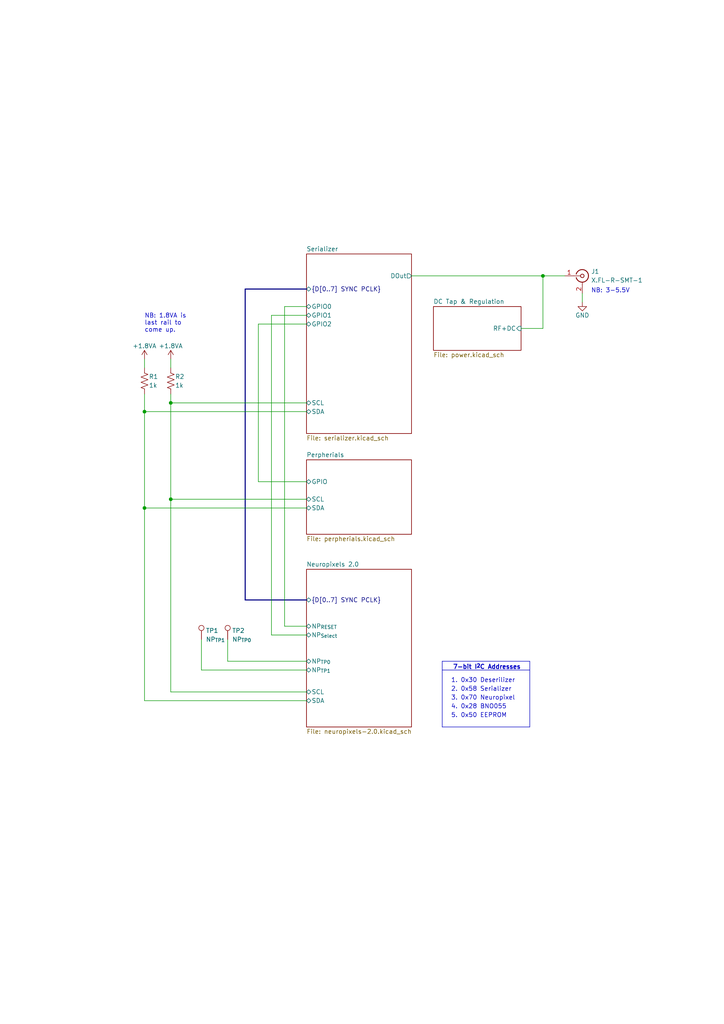
<source format=kicad_sch>
(kicad_sch (version 20230121) (generator eeschema)
  (paper "A4" portrait)
  (title_block (title "ONIX Neuropixels 2.0 Economical Headstage") (rev "A") (company "Open Ephys, Inc") (comment 1 "Jonathan P. Newman"))
  (lib_symbols
    (symbol "Connector:Conn_Coaxial" (pin_names (offset 1.016) hide)
      (property "Reference" "J" (at 0.254 3.048 0))
      (property "Value" "Conn_Coaxial" (at 2.921 0 90))
      (symbol "Conn_Coaxial_0_1"
        (arc (start -1.778 -0.508) (mid 0.2311 -1.8066) (end 1.778 0) (stroke (width 0.254)))
        (polyline (pts (xy -2.54 0) (xy -0.508 0)))
        (polyline (pts (xy 0 -2.54) (xy 0 -1.778)))
        (circle (center 0 0) (radius 0.508) (stroke (width 0.2032)))
        (arc (start 1.778 0) (mid 0.2099 1.8101) (end -1.778 0.508) (stroke (width 0.254)))
      )
      (symbol "Conn_Coaxial_1_1"
        (pin passive line (at -5.08 0 0) (length 2.54) (name "In") (number "1"))
        (pin passive line (at 0 -5.08 90) (length 2.54) (name "Ext") (number "2"))
      )
    )
    (symbol "Connector:TestPoint" (pin_numbers hide) (pin_names (offset 0.762) hide)
      (property "Reference" "TP" (at 0 6.858 0))
      (property "Value" "TestPoint" (at 0 5.08 0))
      (symbol "TestPoint_0_1"
        (circle (center 0 3.302) (radius 0.762))
      )
      (symbol "TestPoint_1_1"
        (pin passive line (at 0 0 90) (length 2.54) (name "1") (number "1"))
      )
    )
    (symbol "Device:R_US" (pin_numbers hide) (pin_names (offset 0))
      (property "Reference" "R" (at 2.54 0 90))
      (property "Value" "R_US" (at -2.54 0 90))
      (symbol "R_US_0_1"
        (polyline (pts (xy 0 -2.286) (xy 0 -2.54)))
        (polyline (pts (xy 0 2.286) (xy 0 2.54)))
        (polyline (pts (xy 0 -0.762) (xy 1.016 -1.143) (xy 0 -1.524) (xy -1.016 -1.905) (xy 0 -2.286)))
        (polyline (pts (xy 0 0.762) (xy 1.016 0.381) (xy 0 0) (xy -1.016 -0.381) (xy 0 -0.762)))
        (polyline (pts (xy 0 2.286) (xy 1.016 1.905) (xy 0 1.524) (xy -1.016 1.143) (xy 0 0.762)))
      )
      (symbol "R_US_1_1"
        (pin passive line (at 0 3.81 270) (length 1.27) (name "~") (number "1"))
        (pin passive line (at 0 -3.81 90) (length 1.27) (name "~") (number "2"))
      )
    )
    (symbol "jonnew:+1.8VA" (power) (pin_names (offset 0))
      (property "Value" "+1.8VA" (at 0 3.556 0))
      (symbol "+1.8VA_0_1"
        (polyline (pts (xy -0.762 1.27) (xy 0 2.54)))
        (polyline (pts (xy 0 0) (xy 0 2.54)))
        (polyline (pts (xy 0 2.54) (xy 0.762 1.27)))
      )
      (symbol "+1.8VA_1_1"
        (pin power_in line (at 0 0 90) (length 0) hide (name "+1.8VA") (number "1"))
      )
    )
    (symbol "power:GND" (power) (pin_names (offset 0))
      (property "Value" "GND" (at 0 -3.81 0))
      (symbol "GND_0_1"
        (polyline (pts (xy 0 0) (xy 0 -1.27) (xy 1.27 -1.27) (xy 0 -2.54) (xy -1.27 -1.27) (xy 0 -1.27)))
      )
      (symbol "GND_1_1"
        (pin power_in line (at 0 0 270) (length 0) hide (name "GND") (number "1"))
      )
    )
  )
  (junction (at 157.48 80.01))
  (junction (at 41.91 119.38))
  (junction (at 41.91 147.32))
  (junction (at 49.53 116.84))
  (junction (at 49.53 144.78))
  (bus (pts (xy 88.9 173.99) (xy 71.12 173.99)))
  (wire (pts (xy 66.04 191.77) (xy 66.04 185.42)))
  (polyline (pts (xy 128.27 191.77) (xy 128.27 210.82)))
  (wire (pts (xy 74.93 93.98) (xy 74.93 139.7)))
  (wire (pts (xy 151.13 95.25) (xy 157.48 95.25)))
  (wire (pts (xy 49.53 200.66) (xy 88.9 200.66)))
  (wire (pts (xy 88.9 191.77) (xy 66.04 191.77)))
  (wire (pts (xy 49.53 114.3) (xy 49.53 116.84)))
  (polyline (pts (xy 128.27 194.31) (xy 153.67 194.31)))
  (wire (pts (xy 49.53 116.84) (xy 49.53 144.78)))
  (wire (pts (xy 41.91 119.38) (xy 41.91 147.32)))
  (wire (pts (xy 41.91 203.2) (xy 88.9 203.2)))
  (bus (pts (xy 71.12 83.82) (xy 88.9 83.82)))
  (wire (pts (xy 49.53 144.78) (xy 88.9 144.78)))
  (wire (pts (xy 119.38 80.01) (xy 157.48 80.01)))
  (polyline (pts (xy 153.67 210.82) (xy 128.27 210.82)))
  (wire (pts (xy 49.53 104.14) (xy 49.53 106.68)))
  (wire (pts (xy 78.74 184.15) (xy 88.9 184.15)))
  (wire (pts (xy 49.53 116.84) (xy 88.9 116.84)))
  (wire (pts (xy 41.91 114.3) (xy 41.91 119.38)))
  (wire (pts (xy 74.93 139.7) (xy 88.9 139.7)))
  (polyline (pts (xy 128.27 191.77) (xy 153.67 191.77)))
  (polyline (pts (xy 153.67 191.77) (xy 153.67 210.82)))
  (wire (pts (xy 157.48 80.01) (xy 163.83 80.01)))
  (wire (pts (xy 157.48 80.01) (xy 157.48 95.25)))
  (wire (pts (xy 82.55 181.61) (xy 88.9 181.61)))
  (wire (pts (xy 168.91 85.09) (xy 168.91 87.63)))
  (wire (pts (xy 82.55 88.9) (xy 88.9 88.9)))
  (wire (pts (xy 49.53 144.78) (xy 49.53 200.66)))
  (wire (pts (xy 88.9 93.98) (xy 74.93 93.98)))
  (wire (pts (xy 41.91 147.32) (xy 41.91 203.2)))
  (wire (pts (xy 58.42 185.42) (xy 58.42 194.31)))
  (wire (pts (xy 78.74 91.44) (xy 88.9 91.44)))
  (wire (pts (xy 41.91 147.32) (xy 88.9 147.32)))
  (bus (pts (xy 71.12 173.99) (xy 71.12 83.82)))
  (wire (pts (xy 82.55 88.9) (xy 82.55 181.61)))
  (wire (pts (xy 88.9 194.31) (xy 58.42 194.31)))
  (wire (pts (xy 78.74 91.44) (xy 78.74 184.15)))
  (wire (pts (xy 41.91 119.38) (xy 88.9 119.38)))
  (wire (pts (xy 41.91 104.14) (xy 41.91 106.68)))
  (text "2. 0x58 Serializer\n" (at 130.81 200.66 0) (effects (font (size 1.27 1.27)) (justify left bottom)))
  (text "7-bit I^{2}C Addresses" (at 151.13 194.31 0) (effects (font (size 1.27 1.27) (thickness 0.254) bold) (justify right bottom)))
  (text "NB: 1.8VA is \nlast rail to \ncome up." (at 41.91 96.52 0) (effects (font (size 1.27 1.27)) (justify left bottom)))
  (text "NB: 3-5.5V" (at 171.45 85.09 0) (effects (font (size 1.27 1.27)) (justify left bottom)))
  (text "4. 0x28 BNO055\n" (at 130.81 205.74 0) (effects (font (size 1.27 1.27)) (justify left bottom)))
  (text "5. 0x50 EEPROM\n" (at 130.81 208.28 0) (effects (font (size 1.27 1.27)) (justify left bottom)))
  (text "3. 0x70 Neuropixel\n" (at 130.81 203.2 0) (effects (font (size 1.27 1.27)) (justify left bottom)))
  (text "1. 0x30 Deserilizer\n" (at 130.81 198.12 0) (effects (font (size 1.27 1.27)) (justify left bottom)))
  (symbol (lib_id "Connector:TestPoint") (at 58.42 185.42 0) (unit 1) (in_bom no)
    (property "Reference" "TP1" (at 59.69 182.88 0) (effects (justify left)))
    (property "Value" "NP_{TP1}" (at 59.69 185.42 0) (effects (justify left)))
    (property "Footprint" "jonnew:TestPoint_Pad_D0.6mm" (effects hide))
    (property "DNP" "DNP" (effects hide))
  )
  (symbol (lib_id "jonnew:+1.8VA") (at 49.53 104.14 0) (unit 1)
    (property "Reference" "#PWR03" (effects hide))
    (property "Value" "+1.8VA" (at 49.53 100.33 0))
  )
  (symbol (lib_id "power:GND") (at 168.91 87.63 0) (unit 1)
    (property "Reference" "#PWR01" (effects hide))
    (property "Value" "GND" (at 168.91 91.44 0))
  )
  (symbol (lib_id "Connector:Conn_Coaxial") (at 168.91 80.01 0) (unit 1)
    (property "Reference" "J1" (at 171.45 78.74 0) (effects (justify left)))
    (property "Value" "X.FL-R-SMT-1" (at 171.45 81.28 0) (effects (justify left)))
    (property "Footprint" "jonnew:HIROSE_X.FL-R-SMT-1" (effects hide))
    (property "Datasheet" " ~" (effects hide))
    (property "DNP" "DNP" (effects hide))
  )
  (symbol (lib_id "jonnew:+1.8VA") (at 41.91 104.14 0) (unit 1)
    (property "Reference" "#PWR02" (effects hide))
    (property "Value" "+1.8VA" (at 41.91 100.33 0))
  )
  (symbol (lib_id "Device:R_US") (at 49.53 110.49 0) (unit 1)
    (property "Reference" "R2" (at 50.8 109.22 0) (effects (justify left)))
    (property "Value" "1k" (at 50.8 111.76 0) (effects (justify left)))
    (property "Footprint" "Resistor_SMD:R_0201_0603Metric" (effects hide))
  )
  (symbol (lib_id "Device:R_US") (at 41.91 110.49 0) (unit 1)
    (property "Reference" "R1" (at 43.18 109.22 0) (effects (justify left)))
    (property "Value" "1k" (at 43.18 111.76 0) (effects (justify left)))
    (property "Footprint" "Resistor_SMD:R_0201_0603Metric" (effects hide))
  )
  (symbol (lib_id "Connector:TestPoint") (at 66.04 185.42 0) (unit 1) (in_bom no)
    (property "Reference" "TP2" (at 67.31 182.88 0) (effects (justify left)))
    (property "Value" "NP_{TP0}" (at 67.31 185.42 0) (effects (justify left)))
    (property "Footprint" "TestPoint:TestPoint_THTPad_D3.0mm_Drill1.5mm" (effects hide))
    (property "DNP" "DNP" (effects hide))
  )
  (sheet (at 88.9 133.35) (size 30.48 21.59) (stroke (width 0.1524))
    (property "Sheetname" "Perpherials" (at 88.9 132.6384 0) (effects (justify left bottom)))
    (property "Sheetfile" "perpherials.kicad_sch" (at 88.9 155.5246 0) (effects (justify left top)))
    (pin "SDA" bidirectional (at 88.9 147.32 180))
    (pin "SCL" bidirectional (at 88.9 144.78 180))
    (pin "GPIO" bidirectional (at 88.9 139.7 180))
  )
  (sheet (at 88.9 73.66) (size 30.48 52.07) (stroke (width 0.1524))
    (property "Sheetname" "Serializer" (at 88.9 72.9484 0) (effects (justify left bottom)))
    (property "Sheetfile" "serializer.kicad_sch" (at 88.9 126.3146 0) (effects (justify left top)))
    (pin "DOut" output (at 119.38 80.01 0))
    (pin "SCL" bidirectional (at 88.9 116.84 180))
    (pin "SDA" bidirectional (at 88.9 119.38 180))
    (pin "GPIO0" bidirectional (at 88.9 88.9 180))
    (pin "GPIO2" bidirectional (at 88.9 93.98 180))
    (pin "GPIO1" bidirectional (at 88.9 91.44 180))
    (pin "{D[0..7] SYNC PCLK}" bidirectional (at 88.9 83.82 180))
  )
  (sheet (at 125.73 88.9) (size 25.4 12.7) (stroke (width 0.1524))
    (property "Sheetname" "DC Tap & Regulation" (at 125.73 88.1884 0) (effects (justify left bottom)))
    (property "Sheetfile" "power.kicad_sch" (at 125.73 102.1846 0) (effects (justify left top)))
    (pin "RF+DC" input (at 151.13 95.25 0))
  )
  (sheet (at 88.9 165.1) (size 30.48 45.72) (stroke (width 0.1524))
    (property "Sheetname" "Neuropixels 2.0" (at 88.9 164.3884 0) (effects (justify left bottom)))
    (property "Sheetfile" "neuropixels-2.0.kicad_sch" (at 88.9 211.4046 0) (effects (justify left top)))
    (pin "SCL" bidirectional (at 88.9 200.66 180))
    (pin "NP_{TP0}" bidirectional (at 88.9 191.77 180))
    (pin "NP_{Select}" bidirectional (at 88.9 184.15 180))
    (pin "SDA" bidirectional (at 88.9 203.2 180))
    (pin "{D[0..7] SYNC PCLK}" bidirectional (at 88.9 173.99 180))
    (pin "NP_{TP1}" bidirectional (at 88.9 194.31 180))
    (pin "NP_{RESET}" bidirectional (at 88.9 181.61 180))
  )
)
</source>
